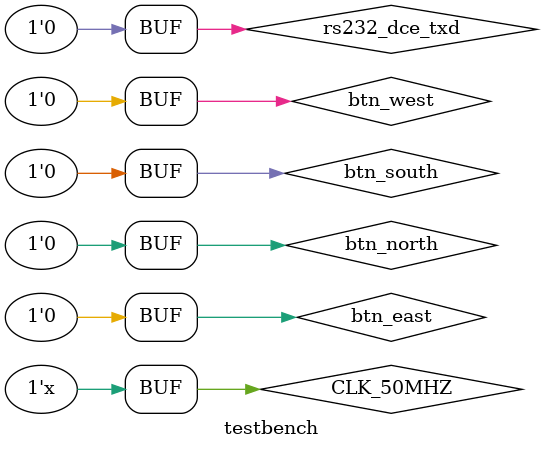
<source format=v>
`timescale 1ns / 1ps
module testbench(
    );

reg btn_south, btn_west, btn_east, btn_north;
reg rs232_dce_rxd, rs232_dce_txd;

reg CLK_50MHZ; 
reg [31:0] clk_cnt;
reg clk_input;
reg [3:0] clk_input_cnt;


uart_test t(.CLK_50MHZ(CLK_50MHZ),
				.BTN_SOUTH(btn_south), .BTN_WEST(btn_west), 
				.BTN_EAST(btn_east), .BTN_NORTH(btn_north),
				.RS232_DCE_RXD(rs232_dce_rxd),
				.RS232_DCE_TXD(rs232_dce_txd)
				);
	
/*  INITIAL  */
initial
begin
	// BUTTONS
	btn_west = 0;
	btn_east = 0;
	btn_north = 0;

	//rs232_dce_rxd = 0;
	rs232_dce_txd = 0; 
	
	CLK_50MHZ = 0;
	clk_cnt = 0;
	
	clk_input = 0;
	clk_input_cnt = 0;

	#10;
	btn_south = 1;
	#350;
	btn_south = 0;

end


// clock
always
	begin	
	#1;
	clk_cnt = clk_cnt + 1;	
	
	if( clk_cnt > 10 )
		begin
		clk_cnt = 0;
		CLK_50MHZ = ~ CLK_50MHZ;
		end
	end
	
always @(posedge CLK_50MHZ)
begin
	clk_input_cnt = clk_input_cnt + 1;
	if( clk_input_cnt > 4 )
		begin
		clk_input_cnt = 0;
		clk_input = ~ clk_input;
		rs232_dce_rxd = clk_input;
		end
end

endmodule

</source>
